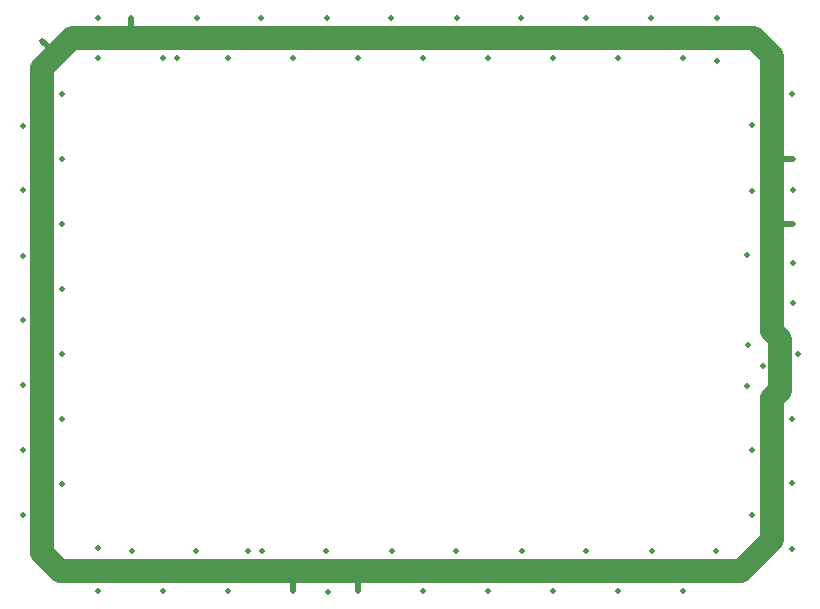
<source format=gbr>
%TF.GenerationSoftware,KiCad,Pcbnew,(7.0.0)*%
%TF.CreationDate,2023-07-18T21:43:11+02:00*%
%TF.ProjectId,Catcar_Ringlight,43617463-6172-45f5-9269-6e676c696768,1.0*%
%TF.SameCoordinates,Original*%
%TF.FileFunction,Copper,L2,Inr*%
%TF.FilePolarity,Positive*%
%FSLAX46Y46*%
G04 Gerber Fmt 4.6, Leading zero omitted, Abs format (unit mm)*
G04 Created by KiCad (PCBNEW (7.0.0)) date 2023-07-18 21:43:11*
%MOMM*%
%LPD*%
G01*
G04 APERTURE LIST*
%TA.AperFunction,ViaPad*%
%ADD10C,0.500000*%
%TD*%
%TA.AperFunction,Conductor*%
%ADD11C,2.000000*%
%TD*%
%TA.AperFunction,Conductor*%
%ADD12C,0.500000*%
%TD*%
G04 APERTURE END LIST*
D10*
%TO.N,VCCO*%
X128800000Y-106950000D03*
X80500000Y-79150000D03*
X86500000Y-120950000D03*
%TO.N,GND*%
X132300000Y-102900000D03*
%TO.N,VCCW*%
X132650000Y-99900000D03*
X73800000Y-75750000D03*
X93250000Y-124349502D03*
X132650000Y-90350000D03*
%TO.N,GND*%
X90350000Y-124300000D03*
X132650000Y-87750000D03*
X132650000Y-93200000D03*
X95850000Y-124300000D03*
X69100000Y-77750000D03*
X76650000Y-75800000D03*
%TO.N,Net-(D14-A)*%
X130100000Y-105249502D03*
%TO.N,Net-(D13-K)*%
X132700000Y-96550000D03*
%TO.N,Net-(D19-A)*%
X128850000Y-103500000D03*
%TO.N,Net-(D33-A)*%
X70775000Y-109700000D03*
%TO.N,Net-(D32-A)*%
X73800000Y-120700000D03*
%TO.N,Net-(D32-K)*%
X67425000Y-117900000D03*
%TO.N,Net-(D31-A)*%
X82150000Y-120925000D03*
%TO.N,Net-(D31-K)*%
X79350000Y-124275000D03*
%TO.N,Net-(D27-A)*%
X70775000Y-115225000D03*
%TO.N,Net-(D26-A)*%
X76677500Y-120925000D03*
%TO.N,Net-(D26-K)*%
X73825000Y-124275000D03*
%TO.N,Net-(D25-A)*%
X87675000Y-120925000D03*
%TO.N,Net-(D25-K)*%
X84822500Y-124275000D03*
%TO.N,Net-(D29-A)*%
X70775000Y-93237500D03*
%TO.N,Net-(D28-A)*%
X70775000Y-104237500D03*
%TO.N,Net-(D30-A)*%
X70775000Y-82237500D03*
%TO.N,Net-(D34-A)*%
X70775000Y-98700000D03*
%TO.N,Net-(D35-A)*%
X70775000Y-87700000D03*
%TO.N,Net-(D36-A)*%
X73850000Y-79175000D03*
%TO.N,Net-(D27-K)*%
X67425000Y-112375000D03*
%TO.N,Net-(D28-K)*%
X67425000Y-101375000D03*
%TO.N,Net-(D29-K)*%
X67425000Y-90350000D03*
%TO.N,Net-(D33-K)*%
X67425000Y-106900000D03*
%TO.N,Net-(D34-K)*%
X67425000Y-95900000D03*
%TO.N,Net-(D35-K)*%
X67425000Y-84900000D03*
%TO.N,Net-(D21-A)*%
X126150000Y-120925000D03*
%TO.N,Net-(D20-A)*%
X129225000Y-112400000D03*
%TO.N,Net-(D20-K)*%
X132575000Y-115200000D03*
%TO.N,Net-(D19-K)*%
X133100000Y-104200000D03*
%TO.N,Net-(D15-A)*%
X129225000Y-117875000D03*
%TO.N,Net-(D14-K)*%
X132575000Y-109725000D03*
%TO.N,Net-(D13-A)*%
X128750000Y-95875000D03*
%TO.N,Net-(D17-A)*%
X109687500Y-120925000D03*
%TO.N,Net-(D16-A)*%
X120687500Y-120925000D03*
%TO.N,Net-(D18-A)*%
X98687500Y-120925000D03*
%TO.N,Net-(D22-A)*%
X115150000Y-120925000D03*
%TO.N,Net-(D23-A)*%
X104150000Y-120925000D03*
%TO.N,Net-(D24-A)*%
X93150000Y-120925000D03*
%TO.N,Net-(D15-K)*%
X132575000Y-120725000D03*
%TO.N,Net-(D16-K)*%
X117825000Y-124275000D03*
%TO.N,Net-(D17-K)*%
X106800000Y-124275000D03*
%TO.N,Net-(D21-K)*%
X123350000Y-124275000D03*
%TO.N,Net-(D22-K)*%
X112350000Y-124275000D03*
%TO.N,Net-(D23-K)*%
X101350000Y-124275000D03*
%TO.N,Net-(D11-K)*%
X132575000Y-82200000D03*
%TO.N,Net-(D10-K)*%
X120650000Y-75825000D03*
%TO.N,Net-(D9-K)*%
X109650000Y-75825000D03*
%TO.N,Net-(D5-K)*%
X126200000Y-75825000D03*
%TO.N,Net-(D4-K)*%
X115175000Y-75825000D03*
%TO.N,Net-(D3-K)*%
X104175000Y-75825000D03*
%TO.N,Net-(D12-A)*%
X129225000Y-90400000D03*
%TO.N,Net-(D11-A)*%
X126250000Y-79400000D03*
%TO.N,Net-(D10-A)*%
X117850000Y-79175000D03*
%TO.N,Net-(D6-A)*%
X129225000Y-84862500D03*
%TO.N,Net-(D4-A)*%
X112312500Y-79175000D03*
%TO.N,Net-(D5-A)*%
X123312500Y-79175000D03*
%TO.N,Net-(D1-K)*%
X82177500Y-75825000D03*
%TO.N,Net-(D1-A)*%
X79325000Y-79175000D03*
%TO.N,Net-(D2-K)*%
X93175000Y-75825000D03*
%TO.N,Net-(D2-A)*%
X90322500Y-79175000D03*
%TO.N,Net-(D3-A)*%
X101325000Y-79175000D03*
%TO.N,Net-(D7-K)*%
X87650000Y-75825000D03*
%TO.N,Net-(D7-A)*%
X84850000Y-79175000D03*
%TO.N,Net-(D8-K)*%
X98650000Y-75825000D03*
%TO.N,Net-(D8-A)*%
X95850000Y-79175000D03*
%TO.N,Net-(D9-A)*%
X106850000Y-79175000D03*
%TD*%
D11*
%TO.N,GND*%
X131550000Y-107350000D02*
X130900000Y-108000000D01*
X131550000Y-102950000D02*
X131550000Y-107350000D01*
X130900000Y-102300000D02*
X131550000Y-102950000D01*
D12*
X132300000Y-102900000D02*
X131500000Y-102900000D01*
X131500000Y-102900000D02*
X130900000Y-102300000D01*
X90350000Y-124300000D02*
X90350000Y-122600000D01*
D11*
X70624390Y-122600000D02*
X90350000Y-122600000D01*
X90350000Y-122600000D02*
X95850000Y-122600000D01*
X130900000Y-87750000D02*
X130900000Y-79024390D01*
X130900000Y-93200000D02*
X130900000Y-87750000D01*
D12*
X132650000Y-87750000D02*
X130900000Y-87750000D01*
D11*
X130900000Y-102300000D02*
X130900000Y-93200000D01*
D12*
X132650000Y-93200000D02*
X130900000Y-93200000D01*
X95850000Y-124300000D02*
X95850000Y-122600000D01*
D11*
X95850000Y-122600000D02*
X128300000Y-122600000D01*
X70225000Y-78875000D02*
X69100000Y-80000000D01*
X71600000Y-77500000D02*
X70225000Y-78875000D01*
D12*
X69100000Y-77750000D02*
X70225000Y-78875000D01*
X76650000Y-75800000D02*
X76650000Y-77450000D01*
X76650000Y-77450000D02*
X76600000Y-77500000D01*
D11*
X76600000Y-77500000D02*
X71600000Y-77500000D01*
X129375610Y-77500000D02*
X76600000Y-77500000D01*
X130900000Y-120000000D02*
X130900000Y-108000000D01*
X69100000Y-80000000D02*
X69100000Y-121075610D01*
X130900000Y-79024390D02*
X129375610Y-77500000D01*
X69100000Y-121075610D02*
X70624390Y-122600000D01*
X128300000Y-122600000D02*
X130900000Y-120000000D01*
%TD*%
M02*

</source>
